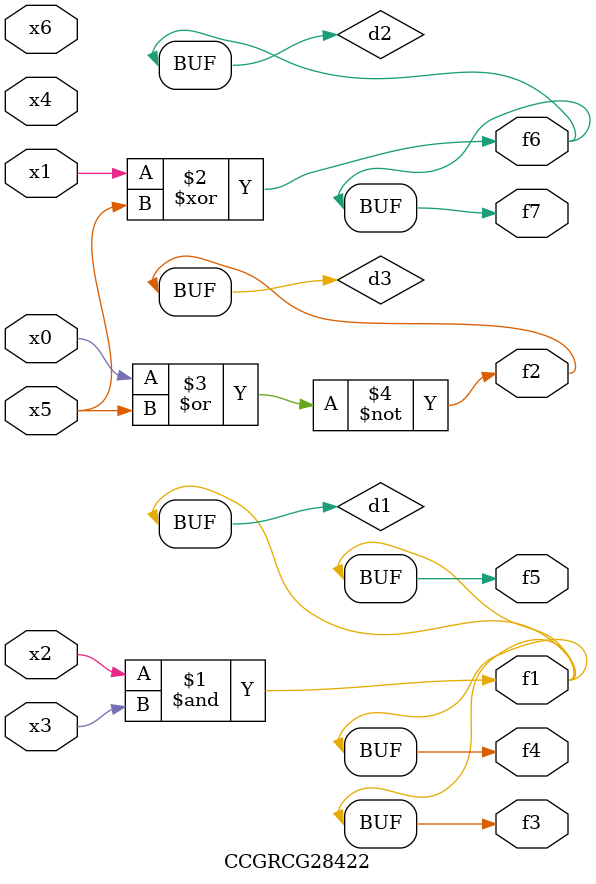
<source format=v>
module CCGRCG28422(
	input x0, x1, x2, x3, x4, x5, x6,
	output f1, f2, f3, f4, f5, f6, f7
);

	wire d1, d2, d3;

	and (d1, x2, x3);
	xor (d2, x1, x5);
	nor (d3, x0, x5);
	assign f1 = d1;
	assign f2 = d3;
	assign f3 = d1;
	assign f4 = d1;
	assign f5 = d1;
	assign f6 = d2;
	assign f7 = d2;
endmodule

</source>
